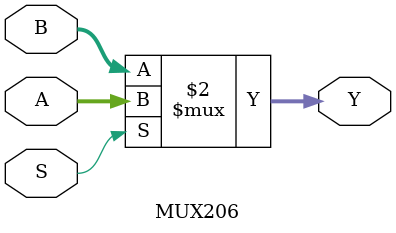
<source format=v>
module MUX206 #(parameter WIDTH = 32)
        (input[WIDTH-1:0] A,
         input[WIDTH-1:0] B,
         input S,
         output[WIDTH-1:0] Y);

        assign Y=(S==1) ? A : B;
endmodule
</source>
